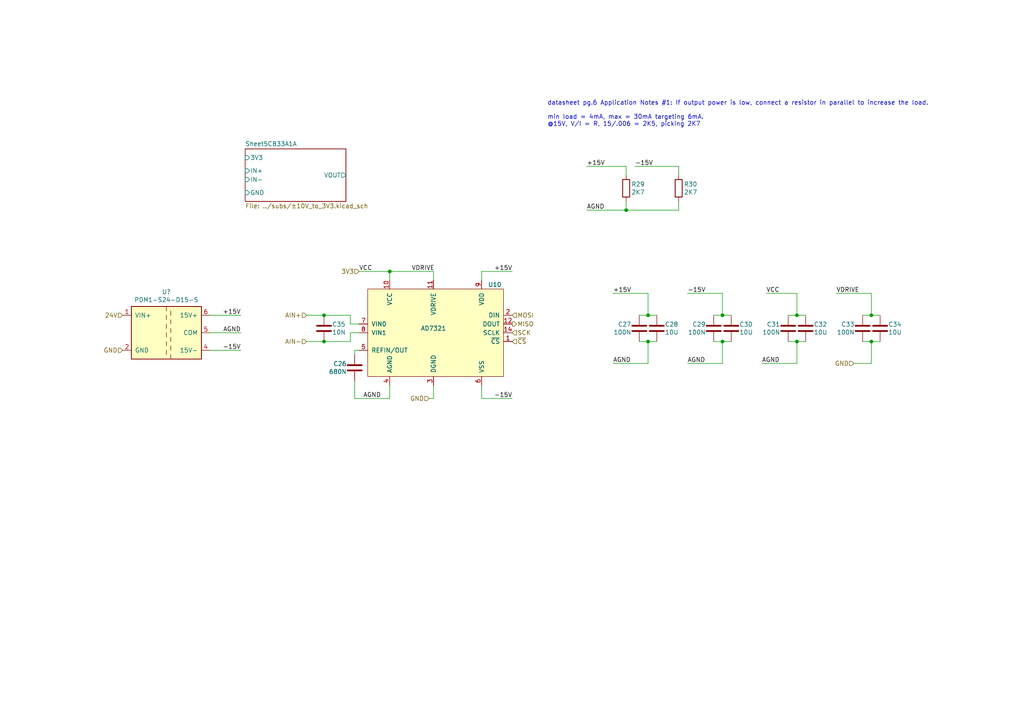
<source format=kicad_sch>
(kicad_sch (version 20211123) (generator eeschema)
  (paper "A4")
  (lib_symbols
    (symbol "Device:C" (pin_numbers hide) (pin_names (offset 0.254))
      (property "Reference" "C" (at 0.635 2.54 0))
      (property "Value" "C" (at 0.635 -2.54 0))
      (symbol "C_0_1"
        (polyline (pts (xy -2.032 -0.762) (xy 2.032 -0.762)) (stroke (width 0.508)))
        (polyline (pts (xy -2.032 0.762) (xy 2.032 0.762)) (stroke (width 0.508)))
      )
      (symbol "C_1_1"
        (pin passive line (at 0 3.81 270) (length 2.794) (name "~") (number "1"))
        (pin passive line (at 0 -3.81 90) (length 2.794) (name "~") (number "2"))
      )
    )
    (symbol "Device:R" (pin_numbers hide) (pin_names (offset 0))
      (property "Reference" "R" (at 2.032 0 90))
      (property "Value" "R" (at 0 0 90))
      (symbol "R_0_1"
        (rectangle (start -1.016 -2.54) (end 1.016 2.54) (stroke (width 0.254)))
      )
      (symbol "R_1_1"
        (pin passive line (at 0 3.81 270) (length 1.27) (name "~") (number "1"))
        (pin passive line (at 0 -3.81 90) (length 1.27) (name "~") (number "2"))
      )
    )
    (symbol "william_adc:AD7321" (pin_names (offset 1.016))
      (property "Reference" "U" (at 17.78 12.7 0))
      (property "Value" "AD7321" (at 1.27 0 0))
      (symbol "AD7321_0_1"
        (rectangle (start -19.05 11.43) (end 20.32 -13.97) (fill (type background)))
      )
      (symbol "AD7321_1_1"
        (pin input line (at 22.86 -3.81 180) (length 2.54) (name "~{CS}") (number "1"))
        (pin power_in line (at -12.7 13.97 270) (length 2.54) (name "VCC") (number "10"))
        (pin power_in line (at 0 13.97 270) (length 2.54) (name "VDRIVE") (number "11"))
        (pin output line (at 22.86 1.27 180) (length 2.54) (name "DOUT") (number "12"))
        (pin passive line (at 0 -16.51 90) (length 2.54) hide (name "DGND") (number "13"))
        (pin input line (at 22.86 -1.27 180) (length 2.54) (name "SCLK") (number "14"))
        (pin input line (at 22.86 3.81 180) (length 2.54) (name "DIN") (number "2"))
        (pin power_in line (at 0 -16.51 90) (length 2.54) (name "DGND") (number "3"))
        (pin power_in line (at -12.7 -16.51 90) (length 2.54) (name "AGND") (number "4"))
        (pin input line (at -21.59 -6.35 0) (length 2.54) (name "REFIN/OUT") (number "5"))
        (pin power_in line (at 13.97 -16.51 90) (length 2.54) (name "VSS") (number "6"))
        (pin input line (at -21.59 1.27 0) (length 2.54) (name "VIN0") (number "7"))
        (pin input line (at -21.59 -1.27 0) (length 2.54) (name "VIN1") (number "8"))
        (pin power_in line (at 13.97 13.97 270) (length 2.54) (name "VDD") (number "9"))
      )
    )
    (symbol "william_dc_dc:PDM1-S24-D15-S" (pin_names (offset 1.016))
      (property "Reference" "U" (at 8.89 8.89 0))
      (property "Value" "PDM1-S24-D15-S" (at -3.81 10.16 0))
      (symbol "PDM1-S24-D15-S_1_1"
        (rectangle (start -10.16 7.62) (end 10.16 -7.62) (stroke (width 0.254)) (fill (type background)))
        (polyline (pts (xy 0 -5.08) (xy 0 -6.35)))
        (polyline (pts (xy 0 -2.54) (xy 0 -3.81)))
        (polyline (pts (xy 0 0) (xy 0 -1.27)))
        (polyline (pts (xy 0 2.54) (xy 0 1.27)))
        (polyline (pts (xy 0 5.08) (xy 0 3.81)))
        (polyline (pts (xy 0 7.62) (xy 0 6.35)))
        (polyline (pts (xy 1.27 -7.62) (xy 1.27 -6.35)))
        (polyline (pts (xy 1.27 -5.08) (xy 1.27 -3.81)))
        (polyline (pts (xy 1.27 -2.54) (xy 1.27 -1.27)))
        (polyline (pts (xy 1.27 0) (xy 1.27 1.27)))
        (polyline (pts (xy 1.27 2.54) (xy 1.27 3.81)))
        (polyline (pts (xy 1.27 5.08) (xy 1.27 6.35)))
        (pin power_in line (at -12.7 5.08 0) (length 2.54) (name "VIN+") (number "1"))
        (pin power_in line (at -12.7 -5.08 0) (length 2.54) (name "GND") (number "2"))
        (pin power_out line (at 12.7 -5.08 180) (length 2.54) (name "15V-") (number "4"))
        (pin power_out line (at 12.7 0 180) (length 2.54) (name "COM") (number "5"))
        (pin power_out line (at 12.7 5.08 180) (length 2.54) (name "15V+") (number "6"))
      )
    )
  )
  (junction (at 187.96 91.44))
  (junction (at 252.73 99.06))
  (junction (at 231.14 99.06))
  (junction (at 252.73 91.44))
  (junction (at 93.98 99.06))
  (junction (at 231.14 91.44))
  (junction (at 209.55 91.44))
  (junction (at 209.55 99.06))
  (junction (at 93.98 91.44))
  (junction (at 187.96 99.06))
  (junction (at 181.61 60.96))
  (junction (at 113.03 78.74))
  (wire (pts (xy 252.73 85.09) (xy 242.57 85.09)))
  (wire (pts (xy 148.59 115.57) (xy 139.7 115.57)))
  (wire (pts (xy 104.14 101.6) (xy 102.87 101.6)))
  (wire (pts (xy 170.18 60.96) (xy 181.61 60.96)))
  (wire (pts (xy 88.9 99.06) (xy 93.98 99.06)))
  (wire (pts (xy 60.96 91.44) (xy 69.85 91.44)))
  (wire (pts (xy 101.6 93.98) (xy 101.6 91.44)))
  (wire (pts (xy 170.18 48.26) (xy 181.61 48.26)))
  (wire (pts (xy 228.6 99.06) (xy 231.14 99.06)))
  (wire (pts (xy 209.55 91.44) (xy 212.09 91.44)))
  (wire (pts (xy 101.6 96.52) (xy 104.14 96.52)))
  (wire (pts (xy 255.27 99.06) (xy 252.73 99.06)))
  (wire (pts (xy 181.61 48.26) (xy 181.61 50.8)))
  (wire (pts (xy 181.61 58.42) (xy 181.61 60.96)))
  (wire (pts (xy 185.42 91.44) (xy 187.96 91.44)))
  (wire (pts (xy 187.96 91.44) (xy 190.5 91.44)))
  (wire (pts (xy 113.03 115.57) (xy 113.03 111.76)))
  (wire (pts (xy 139.7 115.57) (xy 139.7 111.76)))
  (wire (pts (xy 125.73 78.74) (xy 125.73 81.28)))
  (wire (pts (xy 101.6 99.06) (xy 101.6 96.52)))
  (wire (pts (xy 113.03 81.28) (xy 113.03 78.74)))
  (wire (pts (xy 184.15 48.26) (xy 196.85 48.26)))
  (wire (pts (xy 209.55 99.06) (xy 207.01 99.06)))
  (wire (pts (xy 207.01 91.44) (xy 209.55 91.44)))
  (wire (pts (xy 60.96 101.6) (xy 69.85 101.6)))
  (wire (pts (xy 252.73 91.44) (xy 252.73 85.09)))
  (wire (pts (xy 102.87 115.57) (xy 113.03 115.57)))
  (wire (pts (xy 231.14 105.41) (xy 220.98 105.41)))
  (wire (pts (xy 177.8 85.09) (xy 187.96 85.09)))
  (wire (pts (xy 125.73 115.57) (xy 125.73 111.76)))
  (wire (pts (xy 209.55 105.41) (xy 209.55 99.06)))
  (wire (pts (xy 187.96 85.09) (xy 187.96 91.44)))
  (wire (pts (xy 187.96 105.41) (xy 177.8 105.41)))
  (wire (pts (xy 190.5 99.06) (xy 187.96 99.06)))
  (wire (pts (xy 231.14 91.44) (xy 228.6 91.44)))
  (wire (pts (xy 209.55 105.41) (xy 199.39 105.41)))
  (wire (pts (xy 102.87 110.49) (xy 102.87 115.57)))
  (wire (pts (xy 187.96 99.06) (xy 187.96 105.41)))
  (wire (pts (xy 104.14 93.98) (xy 101.6 93.98)))
  (wire (pts (xy 231.14 105.41) (xy 231.14 99.06)))
  (wire (pts (xy 196.85 48.26) (xy 196.85 50.8)))
  (wire (pts (xy 231.14 91.44) (xy 231.14 85.09)))
  (wire (pts (xy 252.73 105.41) (xy 247.65 105.41)))
  (wire (pts (xy 252.73 99.06) (xy 250.19 99.06)))
  (wire (pts (xy 233.68 91.44) (xy 231.14 91.44)))
  (wire (pts (xy 139.7 78.74) (xy 139.7 81.28)))
  (wire (pts (xy 124.46 115.57) (xy 125.73 115.57)))
  (wire (pts (xy 196.85 58.42) (xy 196.85 60.96)))
  (wire (pts (xy 209.55 91.44) (xy 209.55 85.09)))
  (wire (pts (xy 196.85 60.96) (xy 181.61 60.96)))
  (wire (pts (xy 252.73 91.44) (xy 255.27 91.44)))
  (wire (pts (xy 102.87 101.6) (xy 102.87 102.87)))
  (wire (pts (xy 104.14 78.74) (xy 113.03 78.74)))
  (wire (pts (xy 212.09 99.06) (xy 209.55 99.06)))
  (wire (pts (xy 93.98 91.44) (xy 88.9 91.44)))
  (wire (pts (xy 93.98 99.06) (xy 101.6 99.06)))
  (wire (pts (xy 250.19 91.44) (xy 252.73 91.44)))
  (wire (pts (xy 187.96 99.06) (xy 185.42 99.06)))
  (wire (pts (xy 113.03 78.74) (xy 125.73 78.74)))
  (wire (pts (xy 252.73 99.06) (xy 252.73 105.41)))
  (wire (pts (xy 69.85 96.52) (xy 60.96 96.52)))
  (wire (pts (xy 148.59 78.74) (xy 139.7 78.74)))
  (wire (pts (xy 231.14 99.06) (xy 233.68 99.06)))
  (wire (pts (xy 209.55 85.09) (xy 199.39 85.09)))
  (wire (pts (xy 231.14 85.09) (xy 222.25 85.09)))
  (wire (pts (xy 101.6 91.44) (xy 93.98 91.44)))
  (text "datasheet pg.6 Application Notes #1: If output power is low, connect a resistor in parallel to increase the load.\n\nmin load = 4mA, max = 30mA targeting 6mA.\n@15V, V/I = R, 15/.006 = 2K5, picking 2K7" (at 158.75 36.83 0) (effects (font (size 1.27 1.27)) (justify left bottom)))
  (label "+15V" (at 177.8 85.09 0))
  (label "-15V" (at 199.39 85.09 0))
  (label "VDRIVE" (at 242.57 85.09 0))
  (label "VCC" (at 104.14 78.74 0))
  (label "+15V" (at 170.18 48.26 0))
  (label "+15V" (at 148.59 78.74 180))
  (label "AGND" (at 110.49 115.57 180))
  (label "-15V" (at 69.85 101.6 180))
  (label "AGND" (at 69.85 96.52 180))
  (label "AGND" (at 199.39 105.41 0))
  (label "AGND" (at 170.18 60.96 0))
  (label "VDRIVE" (at 119.38 78.74 0))
  (label "+15V" (at 69.85 91.44 180))
  (label "VCC" (at 222.25 85.09 0))
  (label "-15V" (at 148.59 115.57 180))
  (label "-15V" (at 184.15 48.26 0))
  (label "AGND" (at 220.98 105.41 0))
  (label "AGND" (at 177.8 105.41 0))
  (hierarchical_label "AIN-" (shape input) (at 88.9 99.06 180))
  (hierarchical_label "SCK" (shape input) (at 148.59 96.52 0))
  (hierarchical_label "GND" (shape input) (at 124.46 115.57 180))
  (hierarchical_label "GND" (shape input) (at 35.56 101.6 180))
  (hierarchical_label "~{CS}" (shape input) (at 148.59 99.06 0))
  (hierarchical_label "AIN+" (shape input) (at 88.9 91.44 180))
  (hierarchical_label "MOSI" (shape input) (at 148.59 91.44 0))
  (hierarchical_label "24V" (shape input) (at 35.56 91.44 180))
  (hierarchical_label "MISO" (shape output) (at 148.59 93.98 0))
  (hierarchical_label "3V3" (shape input) (at 104.14 78.74 180))
  (hierarchical_label "GND" (shape input) (at 247.65 105.41 180))
  (symbol (lib_id "Device:C") (at 93.98 95.25 0) (unit 1)
    (property "Reference" "C35" (at 96.3168 94.0816 0) (effects (justify left)))
    (property "Value" "10N" (at 96.3168 96.393 0) (effects (justify left)))
    (property "Footprint" "Capacitor_SMD:C_0603_1608Metric" (effects hide))
  )
  (symbol (lib_id "william_adc:AD7321") (at 125.73 95.25 0) (unit 1)
    (property "Reference" "U10" (at 143.51 82.55 0))
    (property "Value" "AD7321" (at 125.73 95.25 0))
    (property "Footprint" "Package_SO:TSSOP-14_4.4x5mm_P0.65mm" (effects hide))
    (property "Datasheet" "https://www.analog.com/media/en/technical-documentation/data-sheets/AD7321.pdf" (effects hide))
  )
  (symbol (lib_id "Device:C") (at 102.87 106.68 0) (mirror x) (unit 1)
    (property "Reference" "C26" (at 100.5586 105.5116 0) (effects (justify right)))
    (property "Value" "680N" (at 100.5586 107.823 0) (effects (justify right)))
    (property "Footprint" "Capacitor_SMD:C_0603_1608Metric" (effects hide))
  )
  (symbol (lib_id "Device:C") (at 185.42 95.25 0) (mirror x) (unit 1)
    (property "Reference" "C27" (at 183.1086 94.0816 0) (effects (justify right)))
    (property "Value" "100N" (at 183.1086 96.393 0) (effects (justify right)))
    (property "Footprint" "Capacitor_SMD:C_0603_1608Metric" (effects hide))
  )
  (symbol (lib_id "Device:C") (at 190.5 95.25 180) (unit 1)
    (property "Reference" "C28" (at 192.8368 94.0816 0) (effects (justify right)))
    (property "Value" "10U" (at 192.8368 96.393 0) (effects (justify right)))
    (property "Footprint" "Capacitor_SMD:C_0805_2012Metric" (effects hide))
  )
  (symbol (lib_id "Device:C") (at 207.01 95.25 0) (mirror x) (unit 1)
    (property "Reference" "C29" (at 204.6986 94.0816 0) (effects (justify right)))
    (property "Value" "100N" (at 204.6986 96.393 0) (effects (justify right)))
    (property "Footprint" "Capacitor_SMD:C_0603_1608Metric" (effects hide))
  )
  (symbol (lib_id "Device:C") (at 212.09 95.25 180) (unit 1)
    (property "Reference" "C30" (at 214.4268 94.0816 0) (effects (justify right)))
    (property "Value" "10U" (at 214.4268 96.393 0) (effects (justify right)))
    (property "Footprint" "Capacitor_SMD:C_0805_2012Metric" (effects hide))
  )
  (symbol (lib_id "Device:C") (at 228.6 95.25 0) (mirror x) (unit 1)
    (property "Reference" "C31" (at 226.2886 94.0816 0) (effects (justify right)))
    (property "Value" "100N" (at 226.2886 96.393 0) (effects (justify right)))
    (property "Footprint" "Capacitor_SMD:C_0603_1608Metric" (effects hide))
  )
  (symbol (lib_id "Device:C") (at 233.68 95.25 180) (unit 1)
    (property "Reference" "C32" (at 236.0168 94.0816 0) (effects (justify right)))
    (property "Value" "10U" (at 236.0168 96.393 0) (effects (justify right)))
    (property "Footprint" "Capacitor_SMD:C_0805_2012Metric" (effects hide))
  )
  (symbol (lib_id "Device:C") (at 250.19 95.25 0) (mirror x) (unit 1)
    (property "Reference" "C33" (at 247.8786 94.0816 0) (effects (justify right)))
    (property "Value" "100N" (at 247.8786 96.393 0) (effects (justify right)))
    (property "Footprint" "Capacitor_SMD:C_0603_1608Metric" (effects hide))
  )
  (symbol (lib_id "Device:C") (at 255.27 95.25 180) (unit 1)
    (property "Reference" "C34" (at 257.6068 94.0816 0) (effects (justify right)))
    (property "Value" "10U" (at 257.6068 96.393 0) (effects (justify right)))
    (property "Footprint" "Capacitor_SMD:C_0805_2012Metric" (effects hide))
  )
  (symbol (lib_id "william_dc_dc:PDM1-S24-D15-S") (at 48.26 96.52 0) (unit 1)
    (property "Reference" "U?" (at 48.26 84.6582 0))
    (property "Value" "PDM1-S24-D15-S" (at 48.26 86.9696 0))
    (property "Footprint" "william_dc_dc:PDM1-XXX-DXX-S" (effects hide))
    (property "Datasheet" "https://www.cui.com/product/resource/digikeypdf/pdm1-s.pdf" (effects hide))
  )
  (symbol (lib_id "Device:R") (at 181.61 54.61 0) (unit 1)
    (property "Reference" "R29" (at 183.1086 53.4416 0) (effects (justify left)))
    (property "Value" "2K7" (at 183.1086 55.753 0) (effects (justify left)))
    (property "Footprint" "Resistor_SMD:R_0603_1608Metric" (effects hide))
  )
  (symbol (lib_id "Device:R") (at 196.85 54.61 0) (unit 1)
    (property "Reference" "R30" (at 198.3486 53.4416 0) (effects (justify left)))
    (property "Value" "2K7" (at 198.3486 55.753 0) (effects (justify left)))
    (property "Footprint" "Resistor_SMD:R_0603_1608Metric" (effects hide))
  )
  (sheet (at 71.12 43.18) (size 29.21 15.24)
    (property "Sheet name" "Sheet5CB33A1A" (at 71.12 42.4684 0) (effects (justify left bottom)))
    (property "Sheet file" "../subs/±10V_to_3V3.kicad_sch" (at 71.12 59.0046 0) (effects (justify left top)))
    (pin "IN+" input (at 71.12 49.53 180))
    (pin "IN-" input (at 71.12 52.07 180))
    (pin "3V3" input (at 71.12 45.72 180))
    (pin "GND" input (at 71.12 55.88 180))
    (pin "VOUT" output (at 100.33 50.8 0))
  )
)
</source>
